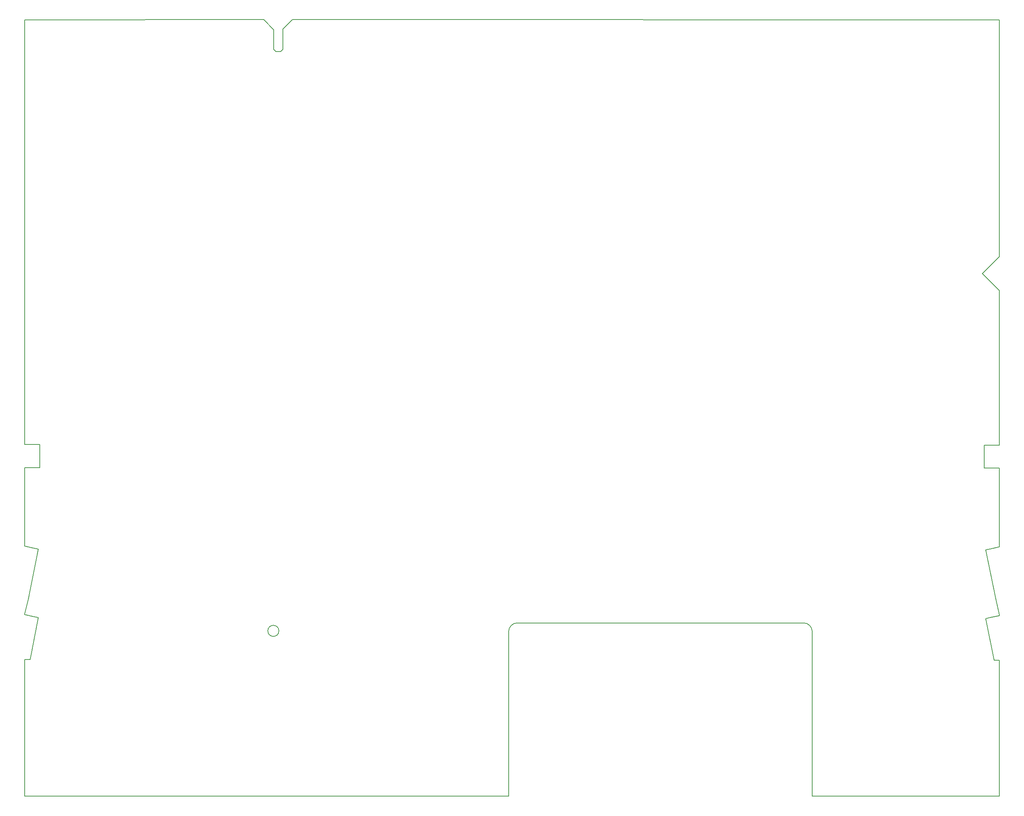
<source format=gbr>
%FSLAX34Y34*%
%MOMM*%
%LNOUTLINE*%
G71*
G01*
%ADD10C,0.150*%
%ADD11C,0.200*%
%LPD*%
G54D10*
G75*
G01X615156Y-422672D02*
G03X615156Y-422672I-12700J0D01*
G01*
G54D11*
G75*
G01X1163317Y-404307D02*
G03X1143317Y-424307I0J-20000D01*
G01*
G54D11*
G75*
G01X1841055Y-424307D02*
G03X1821055Y-404307I-20000J0D01*
G01*
G54D11*
X1821055Y-404307D02*
X1163317Y-404307D01*
G54D11*
X1143317Y-424307D02*
X1143317Y-802278D01*
X1143172Y-802424D01*
X31172Y-802674D01*
X31172Y-488424D01*
X43172Y-488424D01*
X62172Y-392424D01*
X52672Y-390424D01*
X31172Y-385424D01*
X31172Y-383424D01*
X39172Y-349424D01*
X62172Y-234424D01*
X52672Y-232424D01*
X31172Y-227424D01*
X31172Y-47424D01*
X65172Y-47424D01*
X65172Y5576D01*
X31172Y5576D01*
X31172Y982326D01*
X580172Y982576D01*
X603172Y959576D01*
X603172Y914576D01*
X608172Y909576D01*
X619172Y909576D01*
X624172Y914576D01*
X624172Y960576D01*
X646172Y982576D01*
X2271172Y982326D01*
X2271172Y438007D01*
X2232025Y398859D01*
X2271172Y359712D01*
X2271172Y4576D01*
X2236172Y4576D01*
X2236172Y-48424D01*
X2236192Y-48443D01*
X2271154Y-48443D01*
X2271154Y-229424D01*
X2249654Y-234424D01*
X2240154Y-236424D01*
X2263154Y-351424D01*
X2271154Y-385424D01*
X2271154Y-387424D01*
X2249654Y-392424D01*
X2240154Y-394424D01*
X2259154Y-490424D01*
X2271154Y-490424D01*
X2271172Y-790424D01*
X2271172Y-801924D01*
X2271056Y-802306D01*
X1841055Y-802306D01*
X1841055Y-424307D01*
M02*

</source>
